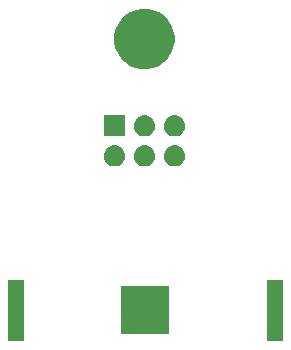
<source format=gbs>
G04 #@! TF.GenerationSoftware,KiCad,Pcbnew,5.0.2-bee76a0~70~ubuntu18.04.1*
G04 #@! TF.CreationDate,2019-04-03T21:22:13-07:00*
G04 #@! TF.ProjectId,sao-pin,73616f2d-7069-46e2-9e6b-696361645f70,rev?*
G04 #@! TF.SameCoordinates,Original*
G04 #@! TF.FileFunction,Soldermask,Bot*
G04 #@! TF.FilePolarity,Negative*
%FSLAX46Y46*%
G04 Gerber Fmt 4.6, Leading zero omitted, Abs format (unit mm)*
G04 Created by KiCad (PCBNEW 5.0.2-bee76a0~70~ubuntu18.04.1) date Wed 03 Apr 2019 09:22:13 PM PDT*
%MOMM*%
%LPD*%
G01*
G04 APERTURE LIST*
%ADD10C,0.100000*%
G04 APERTURE END LIST*
D10*
G36*
X134379400Y-120591000D02*
X133007400Y-120591000D01*
X133007400Y-115409000D01*
X134379400Y-115409000D01*
X134379400Y-120591000D01*
X134379400Y-120591000D01*
G37*
G36*
X156349400Y-120591000D02*
X154977400Y-120591000D01*
X154977400Y-115409000D01*
X156349400Y-115409000D01*
X156349400Y-120591000D01*
X156349400Y-120591000D01*
G37*
G36*
X146709400Y-120031000D02*
X142647400Y-120031000D01*
X142647400Y-115969000D01*
X146709400Y-115969000D01*
X146709400Y-120031000D01*
X146709400Y-120031000D01*
G37*
G36*
X142170443Y-104005519D02*
X142236627Y-104012037D01*
X142349853Y-104046384D01*
X142406467Y-104063557D01*
X142545087Y-104137652D01*
X142562991Y-104147222D01*
X142598729Y-104176552D01*
X142700186Y-104259814D01*
X142783448Y-104361271D01*
X142812778Y-104397009D01*
X142812779Y-104397011D01*
X142896443Y-104553533D01*
X142896443Y-104553534D01*
X142947963Y-104723373D01*
X142965359Y-104900000D01*
X142947963Y-105076627D01*
X142913616Y-105189853D01*
X142896443Y-105246467D01*
X142822348Y-105385087D01*
X142812778Y-105402991D01*
X142783448Y-105438729D01*
X142700186Y-105540186D01*
X142598729Y-105623448D01*
X142562991Y-105652778D01*
X142562989Y-105652779D01*
X142406467Y-105736443D01*
X142349853Y-105753616D01*
X142236627Y-105787963D01*
X142170443Y-105794481D01*
X142104260Y-105801000D01*
X142015740Y-105801000D01*
X141949557Y-105794481D01*
X141883373Y-105787963D01*
X141770147Y-105753616D01*
X141713533Y-105736443D01*
X141557011Y-105652779D01*
X141557009Y-105652778D01*
X141521271Y-105623448D01*
X141419814Y-105540186D01*
X141336552Y-105438729D01*
X141307222Y-105402991D01*
X141297652Y-105385087D01*
X141223557Y-105246467D01*
X141206384Y-105189853D01*
X141172037Y-105076627D01*
X141154641Y-104900000D01*
X141172037Y-104723373D01*
X141223557Y-104553534D01*
X141223557Y-104553533D01*
X141307221Y-104397011D01*
X141307222Y-104397009D01*
X141336552Y-104361271D01*
X141419814Y-104259814D01*
X141521271Y-104176552D01*
X141557009Y-104147222D01*
X141574913Y-104137652D01*
X141713533Y-104063557D01*
X141770147Y-104046384D01*
X141883373Y-104012037D01*
X141949557Y-104005519D01*
X142015740Y-103999000D01*
X142104260Y-103999000D01*
X142170443Y-104005519D01*
X142170443Y-104005519D01*
G37*
G36*
X144710443Y-104005519D02*
X144776627Y-104012037D01*
X144889853Y-104046384D01*
X144946467Y-104063557D01*
X145085087Y-104137652D01*
X145102991Y-104147222D01*
X145138729Y-104176552D01*
X145240186Y-104259814D01*
X145323448Y-104361271D01*
X145352778Y-104397009D01*
X145352779Y-104397011D01*
X145436443Y-104553533D01*
X145436443Y-104553534D01*
X145487963Y-104723373D01*
X145505359Y-104900000D01*
X145487963Y-105076627D01*
X145453616Y-105189853D01*
X145436443Y-105246467D01*
X145362348Y-105385087D01*
X145352778Y-105402991D01*
X145323448Y-105438729D01*
X145240186Y-105540186D01*
X145138729Y-105623448D01*
X145102991Y-105652778D01*
X145102989Y-105652779D01*
X144946467Y-105736443D01*
X144889853Y-105753616D01*
X144776627Y-105787963D01*
X144710443Y-105794481D01*
X144644260Y-105801000D01*
X144555740Y-105801000D01*
X144489557Y-105794481D01*
X144423373Y-105787963D01*
X144310147Y-105753616D01*
X144253533Y-105736443D01*
X144097011Y-105652779D01*
X144097009Y-105652778D01*
X144061271Y-105623448D01*
X143959814Y-105540186D01*
X143876552Y-105438729D01*
X143847222Y-105402991D01*
X143837652Y-105385087D01*
X143763557Y-105246467D01*
X143746384Y-105189853D01*
X143712037Y-105076627D01*
X143694641Y-104900000D01*
X143712037Y-104723373D01*
X143763557Y-104553534D01*
X143763557Y-104553533D01*
X143847221Y-104397011D01*
X143847222Y-104397009D01*
X143876552Y-104361271D01*
X143959814Y-104259814D01*
X144061271Y-104176552D01*
X144097009Y-104147222D01*
X144114913Y-104137652D01*
X144253533Y-104063557D01*
X144310147Y-104046384D01*
X144423373Y-104012037D01*
X144489557Y-104005519D01*
X144555740Y-103999000D01*
X144644260Y-103999000D01*
X144710443Y-104005519D01*
X144710443Y-104005519D01*
G37*
G36*
X147250443Y-104005519D02*
X147316627Y-104012037D01*
X147429853Y-104046384D01*
X147486467Y-104063557D01*
X147625087Y-104137652D01*
X147642991Y-104147222D01*
X147678729Y-104176552D01*
X147780186Y-104259814D01*
X147863448Y-104361271D01*
X147892778Y-104397009D01*
X147892779Y-104397011D01*
X147976443Y-104553533D01*
X147976443Y-104553534D01*
X148027963Y-104723373D01*
X148045359Y-104900000D01*
X148027963Y-105076627D01*
X147993616Y-105189853D01*
X147976443Y-105246467D01*
X147902348Y-105385087D01*
X147892778Y-105402991D01*
X147863448Y-105438729D01*
X147780186Y-105540186D01*
X147678729Y-105623448D01*
X147642991Y-105652778D01*
X147642989Y-105652779D01*
X147486467Y-105736443D01*
X147429853Y-105753616D01*
X147316627Y-105787963D01*
X147250443Y-105794481D01*
X147184260Y-105801000D01*
X147095740Y-105801000D01*
X147029557Y-105794481D01*
X146963373Y-105787963D01*
X146850147Y-105753616D01*
X146793533Y-105736443D01*
X146637011Y-105652779D01*
X146637009Y-105652778D01*
X146601271Y-105623448D01*
X146499814Y-105540186D01*
X146416552Y-105438729D01*
X146387222Y-105402991D01*
X146377652Y-105385087D01*
X146303557Y-105246467D01*
X146286384Y-105189853D01*
X146252037Y-105076627D01*
X146234641Y-104900000D01*
X146252037Y-104723373D01*
X146303557Y-104553534D01*
X146303557Y-104553533D01*
X146387221Y-104397011D01*
X146387222Y-104397009D01*
X146416552Y-104361271D01*
X146499814Y-104259814D01*
X146601271Y-104176552D01*
X146637009Y-104147222D01*
X146654913Y-104137652D01*
X146793533Y-104063557D01*
X146850147Y-104046384D01*
X146963373Y-104012037D01*
X147029557Y-104005519D01*
X147095740Y-103999000D01*
X147184260Y-103999000D01*
X147250443Y-104005519D01*
X147250443Y-104005519D01*
G37*
G36*
X147250442Y-101465518D02*
X147316627Y-101472037D01*
X147429853Y-101506384D01*
X147486467Y-101523557D01*
X147625087Y-101597652D01*
X147642991Y-101607222D01*
X147678729Y-101636552D01*
X147780186Y-101719814D01*
X147863448Y-101821271D01*
X147892778Y-101857009D01*
X147892779Y-101857011D01*
X147976443Y-102013533D01*
X147976443Y-102013534D01*
X148027963Y-102183373D01*
X148045359Y-102360000D01*
X148027963Y-102536627D01*
X147993616Y-102649853D01*
X147976443Y-102706467D01*
X147902348Y-102845087D01*
X147892778Y-102862991D01*
X147863448Y-102898729D01*
X147780186Y-103000186D01*
X147678729Y-103083448D01*
X147642991Y-103112778D01*
X147642989Y-103112779D01*
X147486467Y-103196443D01*
X147429853Y-103213616D01*
X147316627Y-103247963D01*
X147250442Y-103254482D01*
X147184260Y-103261000D01*
X147095740Y-103261000D01*
X147029557Y-103254481D01*
X146963373Y-103247963D01*
X146850147Y-103213616D01*
X146793533Y-103196443D01*
X146637011Y-103112779D01*
X146637009Y-103112778D01*
X146601271Y-103083448D01*
X146499814Y-103000186D01*
X146416552Y-102898729D01*
X146387222Y-102862991D01*
X146377652Y-102845087D01*
X146303557Y-102706467D01*
X146286384Y-102649853D01*
X146252037Y-102536627D01*
X146234641Y-102360000D01*
X146252037Y-102183373D01*
X146303557Y-102013534D01*
X146303557Y-102013533D01*
X146387221Y-101857011D01*
X146387222Y-101857009D01*
X146416552Y-101821271D01*
X146499814Y-101719814D01*
X146601271Y-101636552D01*
X146637009Y-101607222D01*
X146654913Y-101597652D01*
X146793533Y-101523557D01*
X146850147Y-101506384D01*
X146963373Y-101472037D01*
X147029558Y-101465518D01*
X147095740Y-101459000D01*
X147184260Y-101459000D01*
X147250442Y-101465518D01*
X147250442Y-101465518D01*
G37*
G36*
X144710442Y-101465518D02*
X144776627Y-101472037D01*
X144889853Y-101506384D01*
X144946467Y-101523557D01*
X145085087Y-101597652D01*
X145102991Y-101607222D01*
X145138729Y-101636552D01*
X145240186Y-101719814D01*
X145323448Y-101821271D01*
X145352778Y-101857009D01*
X145352779Y-101857011D01*
X145436443Y-102013533D01*
X145436443Y-102013534D01*
X145487963Y-102183373D01*
X145505359Y-102360000D01*
X145487963Y-102536627D01*
X145453616Y-102649853D01*
X145436443Y-102706467D01*
X145362348Y-102845087D01*
X145352778Y-102862991D01*
X145323448Y-102898729D01*
X145240186Y-103000186D01*
X145138729Y-103083448D01*
X145102991Y-103112778D01*
X145102989Y-103112779D01*
X144946467Y-103196443D01*
X144889853Y-103213616D01*
X144776627Y-103247963D01*
X144710442Y-103254482D01*
X144644260Y-103261000D01*
X144555740Y-103261000D01*
X144489557Y-103254481D01*
X144423373Y-103247963D01*
X144310147Y-103213616D01*
X144253533Y-103196443D01*
X144097011Y-103112779D01*
X144097009Y-103112778D01*
X144061271Y-103083448D01*
X143959814Y-103000186D01*
X143876552Y-102898729D01*
X143847222Y-102862991D01*
X143837652Y-102845087D01*
X143763557Y-102706467D01*
X143746384Y-102649853D01*
X143712037Y-102536627D01*
X143694641Y-102360000D01*
X143712037Y-102183373D01*
X143763557Y-102013534D01*
X143763557Y-102013533D01*
X143847221Y-101857011D01*
X143847222Y-101857009D01*
X143876552Y-101821271D01*
X143959814Y-101719814D01*
X144061271Y-101636552D01*
X144097009Y-101607222D01*
X144114913Y-101597652D01*
X144253533Y-101523557D01*
X144310147Y-101506384D01*
X144423373Y-101472037D01*
X144489558Y-101465518D01*
X144555740Y-101459000D01*
X144644260Y-101459000D01*
X144710442Y-101465518D01*
X144710442Y-101465518D01*
G37*
G36*
X142961000Y-103261000D02*
X141159000Y-103261000D01*
X141159000Y-101459000D01*
X142961000Y-101459000D01*
X142961000Y-103261000D01*
X142961000Y-103261000D01*
G37*
G36*
X145344096Y-92547033D02*
X145344098Y-92547034D01*
X145344099Y-92547034D01*
X145808352Y-92739333D01*
X146224284Y-93017250D01*
X146226171Y-93018511D01*
X146581489Y-93373829D01*
X146581491Y-93373832D01*
X146860667Y-93791648D01*
X147052966Y-94255901D01*
X147151000Y-94748748D01*
X147151000Y-95251252D01*
X147052966Y-95744099D01*
X146860667Y-96208352D01*
X146582750Y-96624284D01*
X146581489Y-96626171D01*
X146226171Y-96981489D01*
X146226168Y-96981491D01*
X145808352Y-97260667D01*
X145344099Y-97452966D01*
X145344098Y-97452966D01*
X145344096Y-97452967D01*
X144851253Y-97551000D01*
X144348747Y-97551000D01*
X143855904Y-97452967D01*
X143855902Y-97452966D01*
X143855901Y-97452966D01*
X143391648Y-97260667D01*
X142973832Y-96981491D01*
X142973829Y-96981489D01*
X142618511Y-96626171D01*
X142617250Y-96624284D01*
X142339333Y-96208352D01*
X142147034Y-95744099D01*
X142049000Y-95251252D01*
X142049000Y-94748748D01*
X142147034Y-94255901D01*
X142339333Y-93791648D01*
X142618509Y-93373832D01*
X142618511Y-93373829D01*
X142973829Y-93018511D01*
X142975716Y-93017250D01*
X143391648Y-92739333D01*
X143855901Y-92547034D01*
X143855902Y-92547034D01*
X143855904Y-92547033D01*
X144348747Y-92449000D01*
X144851253Y-92449000D01*
X145344096Y-92547033D01*
X145344096Y-92547033D01*
G37*
M02*

</source>
